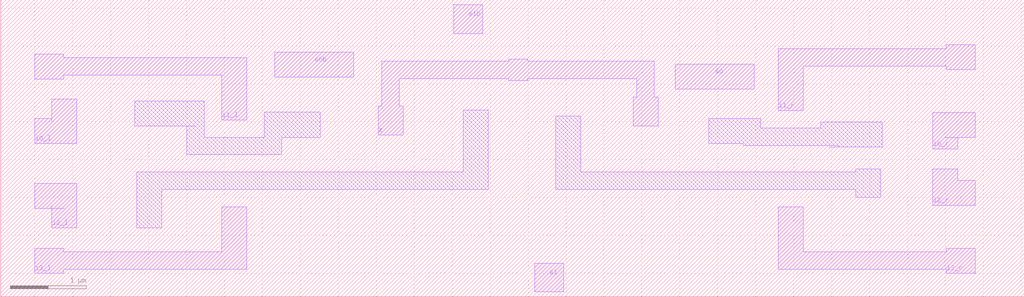
<source format=lef>
MACRO gf180mcu_mux
    CLASS BLOCK BLACKBOX ;
    FOREIGN gf180mcu_mux ;
    ORIGIN 0.45 0.31 ;
    SIZE 13.49 BY 3.92 ;
    PIN s0 
        PORT 
            LAYER Metal1 ;
                POLYGON 8.440 2.760 8.440 2.760 8.820 2.760 9.100 2.760 9.480 2.760 9.480 2.595 9.480 2.430 9.480 2.430 9.290 2.430 9.100 2.430 8.440 2.430 ;
        END 
    END s0 
    PIN z 
        PORT 
            LAYER Metal1 ;
                POLYGON 4.525 1.825 4.525 2.205 4.575 2.205 4.575 2.800 6.245 2.800 6.245 2.825 6.495 2.825 6.495 2.800 8.165 2.800 8.165 2.325 8.215 2.325 8.215 1.945 8.050 1.945 7.885 1.945 7.885 2.325 7.935 2.325 7.935 2.570 6.495 2.570 6.495 2.545 6.245 2.545 6.245 2.570 4.805 2.570 4.805 2.205 4.855 2.205 4.855 1.825 ;
        END 
    END z 
    PIN i0_r 
        PORT 
            LAYER Metal1 ;
                POLYGON 12.165 1.640 12.165 1.790 12.000 1.790 12.045 1.790 12.390 1.790 12.390 1.955 12.390 2.120 12.390 2.120 12.200 2.120 11.835 2.120 11.835 1.640 ;
        END 
    END i0_r 
    PIN i2_r 
        PORT 
            LAYER Metal1 ;
                POLYGON 11.835 1.380 11.835 0.895 12.000 0.895 12.045 0.895 12.390 0.895 12.390 1.060 12.390 1.225 12.390 1.225 12.200 1.225 12.165 1.225 12.165 1.380 ;
        END 
    END i2_r 
    PIN i1_l 
        PORT 
            LAYER Metal1 ;
                POLYGON 0 2.895 0.380 2.895 0.380 2.845 2.795 2.845 2.795 2.435 2.795 2.215 2.795 2.025 2.630 2.025 2.465 2.025 2.465 2.215 2.465 2.435 2.465 2.615 0.380 2.615 0.380 2.565 0 2.565 ;
        END 
    END i1_l 
    PIN s0b 
        PORT 
            LAYER Metal1 ;
                POLYGON 4.200 2.590 4.200 2.590 3.820 2.590 3.540 2.590 3.160 2.590 3.160 2.755 3.160 2.920 3.160 2.920 3.350 2.920 3.540 2.920 4.200 2.920 ;
        END 
    END s0b 
    PIN i3_l 
        PORT 
            LAYER Metal1 ;
                POLYGON 0 0.330 0.380 0.330 0.380 0.280 2.465 0.280 2.465 0.460 2.465 0.685 2.465 0.875 2.630 0.875 2.795 0.875 2.795 0.685 2.795 0.460 2.795 0.050 0.380 0.050 0.380 0 0 0 ;
        END 
    END i3_l 
    PIN i0_l 
        PORT 
            LAYER Metal1 ;
                POLYGON 0.555 2.300 0.555 2.000 0.555 1.710 0.390 1.710 0.380 1.710 0 1.710 0 1.875 0 2.040 0 2.040 0.190 2.040 0.225 2.040 0.225 2.000 0.225 2.300 ;
        END 
    END i0_l 
    PIN i2_l 
        PORT 
            LAYER Metal1 ;
                POLYGON 0.225 0.600 0.225 0.895 0.225 0.855 0.390 0.855 0.380 0.855 0 0.855 0 1.020 0 1.185 0 1.185 0.190 1.185 0.555 1.185 0.555 0.895 0.555 0.600 ;
        END 
    END i2_l 
    PIN i1_r 
        PORT 
            LAYER Metal1 ;
                POLYGON 12.390 3.015 12.010 3.015 12.010 2.965 9.795 2.965 9.795 2.555 9.795 2.335 9.795 2.145 9.960 2.145 10.125 2.145 10.125 2.335 10.125 2.555 10.125 2.735 12.010 2.735 12.010 2.685 12.390 2.685 ;
        END 
    END i1_r 
    PIN s1b 
        PORT 
            LAYER Metal1 ;
                RECT 5.520 3.165 5.900 3.545 ; 
        END 
    END s1b 
    PIN i3_r 
        PORT 
            LAYER Metal1 ;
                POLYGON 12.390 0.330 12.010 0.330 12.010 0.280 10.125 0.280 10.125 0.460 10.125 0.685 10.125 0.875 9.960 0.875 9.795 0.875 9.795 0.685 9.795 0.460 9.795 0.050 12.010 0.050 12.010 0 12.390 0 ;
        END 
    END i3_r 
    PIN s1 
        PORT 
            LAYER Metal1 ;
                RECT 6.590 -0.245 6.970 0.135 ; 
        END 
    END s1 
    OBS 
        LAYER Metal1 ;
            POLYGON 1.320 2.275 1.320 2.275 2.235 2.275 2.235 1.795 3.025 1.795 3.025 2.125 3.140 2.125 3.380 2.125 3.760 2.125 3.760 1.960 3.760 1.795 3.760 1.795 3.570 1.795 3.255 1.795 3.255 1.565 2.005 1.565 2.005 1.945 2.120 1.945 1.320 1.945 ;
            POLYGON 1.345 0.600 1.345 0.945 1.345 1.335 5.645 1.335 5.645 1.680 5.645 1.965 5.645 2.155 5.810 2.155 5.975 2.155 5.975 1.965 5.975 1.680 5.975 1.105 1.675 1.105 1.675 0.945 1.675 0.600 ;
            POLYGON 11.170 1.995 11.170 1.995 10.355 1.995 10.355 1.915 9.565 1.915 9.565 2.045 9.450 2.045 9.260 2.045 8.880 2.045 8.880 1.880 8.880 1.715 8.880 1.715 9.070 1.715 9.335 1.715 9.335 1.685 10.585 1.685 10.585 1.665 10.470 1.665 11.170 1.665 ;
            POLYGON 11.145 1.000 11.145 1.380 10.815 1.380 10.815 1.335 7.195 1.335 7.195 1.620 7.195 1.885 7.195 2.075 7.030 2.075 6.865 2.075 6.865 1.885 6.865 1.620 6.865 1.105 10.815 1.105 10.815 1.060 10.815 1.060 10.815 1.000 ;
    END 
END gf180mcu_mux 
END LIBRARY 

</source>
